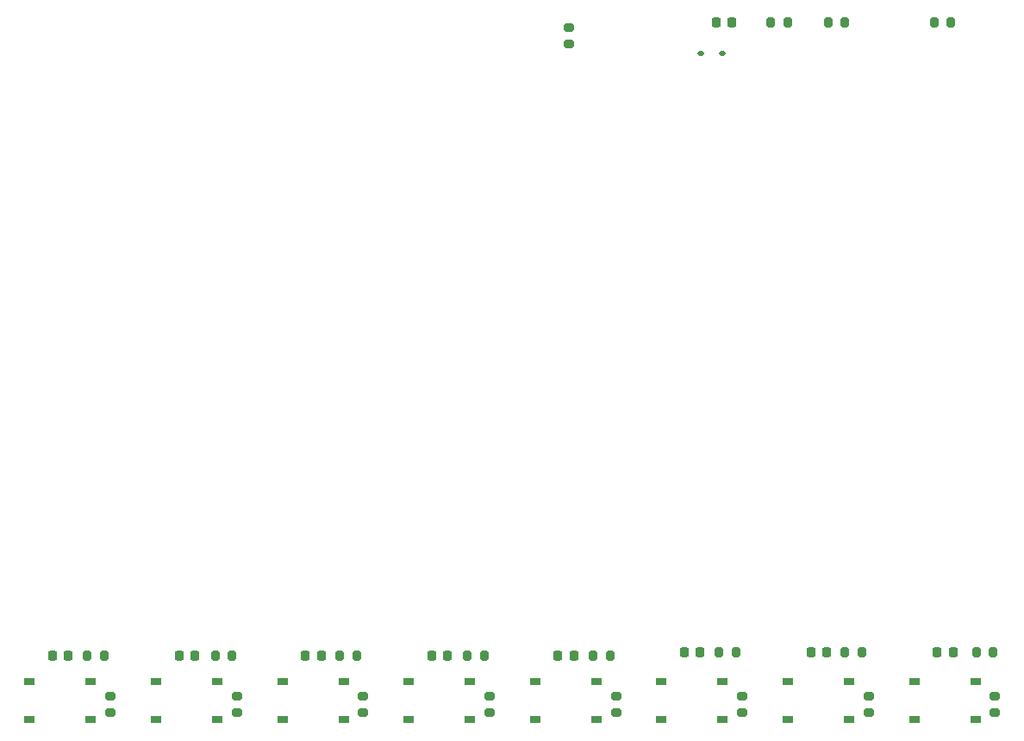
<source format=gbr>
%TF.GenerationSoftware,KiCad,Pcbnew,8.0.6*%
%TF.CreationDate,2025-01-06T04:04:12+01:00*%
%TF.ProjectId,pod-max,706f642d-6d61-4782-9e6b-696361645f70,1.1*%
%TF.SameCoordinates,Original*%
%TF.FileFunction,Paste,Top*%
%TF.FilePolarity,Positive*%
%FSLAX46Y46*%
G04 Gerber Fmt 4.6, Leading zero omitted, Abs format (unit mm)*
G04 Created by KiCad (PCBNEW 8.0.6) date 2025-01-06 04:04:12*
%MOMM*%
%LPD*%
G01*
G04 APERTURE LIST*
G04 Aperture macros list*
%AMRoundRect*
0 Rectangle with rounded corners*
0 $1 Rounding radius*
0 $2 $3 $4 $5 $6 $7 $8 $9 X,Y pos of 4 corners*
0 Add a 4 corners polygon primitive as box body*
4,1,4,$2,$3,$4,$5,$6,$7,$8,$9,$2,$3,0*
0 Add four circle primitives for the rounded corners*
1,1,$1+$1,$2,$3*
1,1,$1+$1,$4,$5*
1,1,$1+$1,$6,$7*
1,1,$1+$1,$8,$9*
0 Add four rect primitives between the rounded corners*
20,1,$1+$1,$2,$3,$4,$5,0*
20,1,$1+$1,$4,$5,$6,$7,0*
20,1,$1+$1,$6,$7,$8,$9,0*
20,1,$1+$1,$8,$9,$2,$3,0*%
G04 Aperture macros list end*
%ADD10RoundRect,0.200000X-0.275000X0.200000X-0.275000X-0.200000X0.275000X-0.200000X0.275000X0.200000X0*%
%ADD11RoundRect,0.200000X-0.200000X-0.275000X0.200000X-0.275000X0.200000X0.275000X-0.200000X0.275000X0*%
%ADD12RoundRect,0.218750X-0.218750X-0.256250X0.218750X-0.256250X0.218750X0.256250X-0.218750X0.256250X0*%
%ADD13R,1.000000X0.750000*%
%ADD14RoundRect,0.200000X0.200000X0.275000X-0.200000X0.275000X-0.200000X-0.275000X0.200000X-0.275000X0*%
%ADD15RoundRect,0.200000X0.275000X-0.200000X0.275000X0.200000X-0.275000X0.200000X-0.275000X-0.200000X0*%
%ADD16RoundRect,0.225000X0.225000X0.250000X-0.225000X0.250000X-0.225000X-0.250000X0.225000X-0.250000X0*%
%ADD17RoundRect,0.112500X0.187500X0.112500X-0.187500X0.112500X-0.187500X-0.112500X0.187500X-0.112500X0*%
G04 APERTURE END LIST*
D10*
%TO.C,R15*%
X129099140Y-123945000D03*
X129099140Y-125595000D03*
%TD*%
D11*
%TO.C,R2*%
X149955000Y-57790000D03*
X151605000Y-57790000D03*
%TD*%
D12*
%TO.C,D3*%
X73720500Y-120025000D03*
X75295500Y-120025000D03*
%TD*%
D13*
%TO.C,SW5*%
X121169140Y-122525000D03*
X127169140Y-122525000D03*
X121169140Y-126275000D03*
X127169140Y-126275000D03*
%TD*%
D14*
%TO.C,R5*%
X78798000Y-120025000D03*
X77148000Y-120025000D03*
%TD*%
D10*
%TO.C,R14*%
X116688855Y-123945000D03*
X116688855Y-125595000D03*
%TD*%
D12*
%TO.C,D6*%
X110991355Y-120025000D03*
X112566355Y-120025000D03*
%TD*%
D13*
%TO.C,SW3*%
X96348570Y-122525000D03*
X102348570Y-122525000D03*
X96348570Y-126275000D03*
X102348570Y-126275000D03*
%TD*%
D14*
%TO.C,R8*%
X116150000Y-120025000D03*
X114500000Y-120025000D03*
%TD*%
D12*
%TO.C,D8*%
X135797500Y-119630000D03*
X137372500Y-119630000D03*
%TD*%
D13*
%TO.C,SW7*%
X145989710Y-122525000D03*
X151989710Y-122525000D03*
X145989710Y-126275000D03*
X151989710Y-126275000D03*
%TD*%
D15*
%TO.C,R4*%
X124505000Y-59915000D03*
X124505000Y-58265000D03*
%TD*%
D10*
%TO.C,R18*%
X166330000Y-123945000D03*
X166330000Y-125595000D03*
%TD*%
D12*
%TO.C,D9*%
X148222210Y-119630000D03*
X149797210Y-119630000D03*
%TD*%
D14*
%TO.C,R19*%
X153250000Y-119630000D03*
X151600000Y-119630000D03*
%TD*%
D12*
%TO.C,D7*%
X123401640Y-120025000D03*
X124976640Y-120025000D03*
%TD*%
%TO.C,D5*%
X98581070Y-120025000D03*
X100156070Y-120025000D03*
%TD*%
D13*
%TO.C,SW6*%
X133565000Y-122525000D03*
X139565000Y-122525000D03*
X133565000Y-126275000D03*
X139565000Y-126275000D03*
%TD*%
D16*
%TO.C,C1*%
X140485000Y-57790000D03*
X138935000Y-57790000D03*
%TD*%
D12*
%TO.C,D4*%
X86170785Y-120025000D03*
X87745785Y-120025000D03*
%TD*%
D10*
%TO.C,R11*%
X79458000Y-123945000D03*
X79458000Y-125595000D03*
%TD*%
D14*
%TO.C,R9*%
X128525000Y-120025000D03*
X126875000Y-120025000D03*
%TD*%
D13*
%TO.C,SW1*%
X71488000Y-122525000D03*
X77488000Y-122525000D03*
X71488000Y-126275000D03*
X77488000Y-126275000D03*
%TD*%
%TO.C,SW4*%
X108758855Y-122525000D03*
X114758855Y-122525000D03*
X108758855Y-126275000D03*
X114758855Y-126275000D03*
%TD*%
D10*
%TO.C,R12*%
X91868285Y-123945000D03*
X91868285Y-125595000D03*
%TD*%
%TO.C,R13*%
X104278570Y-123945000D03*
X104278570Y-125595000D03*
%TD*%
D14*
%TO.C,R6*%
X91400000Y-120025000D03*
X89750000Y-120025000D03*
%TD*%
D10*
%TO.C,R16*%
X141509425Y-123945000D03*
X141509425Y-125595000D03*
%TD*%
D14*
%TO.C,R20*%
X166170000Y-119630000D03*
X164520000Y-119630000D03*
%TD*%
%TO.C,R1*%
X145950000Y-57790000D03*
X144300000Y-57790000D03*
%TD*%
%TO.C,R7*%
X103625000Y-120025000D03*
X101975000Y-120025000D03*
%TD*%
D17*
%TO.C,D1*%
X139550000Y-60810000D03*
X137450000Y-60810000D03*
%TD*%
D11*
%TO.C,R3*%
X160350000Y-57790000D03*
X162000000Y-57790000D03*
%TD*%
D12*
%TO.C,D10*%
X160632500Y-119630000D03*
X162207500Y-119630000D03*
%TD*%
D13*
%TO.C,SW2*%
X83938285Y-122525000D03*
X89938285Y-122525000D03*
X83938285Y-126275000D03*
X89938285Y-126275000D03*
%TD*%
D10*
%TO.C,R17*%
X153919710Y-123945000D03*
X153919710Y-125595000D03*
%TD*%
D13*
%TO.C,SW8*%
X158400000Y-122525000D03*
X164400000Y-122525000D03*
X158400000Y-126275000D03*
X164400000Y-126275000D03*
%TD*%
D14*
%TO.C,R10*%
X140875000Y-119630000D03*
X139225000Y-119630000D03*
%TD*%
M02*

</source>
